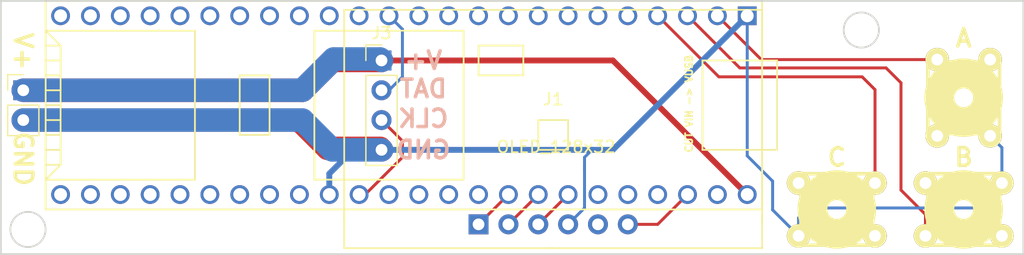
<source format=kicad_pcb>
(kicad_pcb (version 4) (host pcbnew 4.0.6-e0-6349~53~ubuntu16.04.1)

  (general
    (links 18)
    (no_connects 0)
    (area 114.224999 85.014999 201.370001 106.755001)
    (thickness 1.6)
    (drawings 16)
    (tracks 64)
    (zones 0)
    (modules 7)
    (nets 49)
  )

  (page A4)
  (layers
    (0 F.Cu signal)
    (31 B.Cu signal)
    (32 B.Adhes user)
    (33 F.Adhes user)
    (34 B.Paste user)
    (35 F.Paste user)
    (36 B.SilkS user)
    (37 F.SilkS user)
    (38 B.Mask user)
    (39 F.Mask user)
    (40 Dwgs.User user)
    (41 Cmts.User user)
    (42 Eco1.User user)
    (43 Eco2.User user)
    (44 Edge.Cuts user)
    (45 Margin user)
    (46 B.CrtYd user)
    (47 F.CrtYd user)
    (48 B.Fab user)
    (49 F.Fab user)
  )

  (setup
    (last_trace_width 2)
    (user_trace_width 0.5)
    (user_trace_width 2)
    (trace_clearance 0.2)
    (zone_clearance 0.508)
    (zone_45_only no)
    (trace_min 0.2)
    (segment_width 0.2)
    (edge_width 0.15)
    (via_size 0.6)
    (via_drill 0.4)
    (via_min_size 0.4)
    (via_min_drill 0.3)
    (uvia_size 0.3)
    (uvia_drill 0.1)
    (uvias_allowed no)
    (uvia_min_size 0)
    (uvia_min_drill 0)
    (pcb_text_width 0.3)
    (pcb_text_size 1.5 1.5)
    (mod_edge_width 0.15)
    (mod_text_size 1 1)
    (mod_text_width 0.15)
    (pad_size 1.524 1.524)
    (pad_drill 0.762)
    (pad_to_mask_clearance 0.2)
    (aux_axis_origin 0 0)
    (grid_origin 141.605 92.075)
    (visible_elements FFFFFF7F)
    (pcbplotparams
      (layerselection 0x00030_80000001)
      (usegerberextensions false)
      (excludeedgelayer true)
      (linewidth 0.100000)
      (plotframeref false)
      (viasonmask false)
      (mode 1)
      (useauxorigin false)
      (hpglpennumber 1)
      (hpglpenspeed 20)
      (hpglpendiameter 15)
      (hpglpenoverlay 2)
      (psnegative false)
      (psa4output false)
      (plotreference true)
      (plotvalue true)
      (plotinvisibletext false)
      (padsonsilk false)
      (subtractmaskfromsilk false)
      (outputformat 1)
      (mirror false)
      (drillshape 1)
      (scaleselection 1)
      (outputdirectory ""))
  )

  (net 0 "")
  (net 1 OLED_SDA)
  (net 2 OLED_SCL)
  (net 3 OLED_RST)
  (net 4 GND)
  (net 5 "Net-(J1-Pad5)")
  (net 6 OLED_33V)
  (net 7 VIN)
  (net 8 LED_DAT)
  (net 9 LED_CLK)
  (net 10 BTN_A)
  (net 11 BTN_B)
  (net 12 BTN_C)
  (net 13 "Net-(U1-Pad17)")
  (net 14 "Net-(U1-Pad18)")
  (net 15 "Net-(U1-Pad19)")
  (net 16 "Net-(U1-Pad20)")
  (net 17 "Net-(U1-Pad16)")
  (net 18 "Net-(U1-Pad15)")
  (net 19 "Net-(U1-Pad14)")
  (net 20 "Net-(U1-Pad21)")
  (net 21 "Net-(U1-Pad22)")
  (net 22 "Net-(U1-Pad23)")
  (net 23 "Net-(U1-Pad24)")
  (net 24 "Net-(U1-Pad30)")
  (net 25 "Net-(U1-Pad31)")
  (net 26 "Net-(U1-Pad32)")
  (net 27 "Net-(U1-Pad33)")
  (net 28 "Net-(U1-Pad34)")
  (net 29 "Net-(U1-Pad35)")
  (net 30 "Net-(U1-Pad36)")
  (net 31 "Net-(U1-Pad37)")
  (net 32 "Net-(U1-Pad12)")
  (net 33 "Net-(U1-Pad11)")
  (net 34 "Net-(U1-Pad10)")
  (net 35 "Net-(U1-Pad9)")
  (net 36 "Net-(U1-Pad8)")
  (net 37 "Net-(U1-Pad7)")
  (net 38 "Net-(U1-Pad6)")
  (net 39 "Net-(U1-Pad5)")
  (net 40 "Net-(U1-Pad38)")
  (net 41 "Net-(U1-Pad41)")
  (net 42 "Net-(U1-Pad42)")
  (net 43 "Net-(U1-Pad43)")
  (net 44 "Net-(U1-Pad44)")
  (net 45 "Net-(U1-Pad48)")
  (net 46 "Net-(U1-Pad49)")
  (net 47 "Net-(U1-Pad50)")
  (net 48 "Net-(U1-Pad52)")

  (net_class Default "This is the default net class."
    (clearance 0.2)
    (trace_width 0.25)
    (via_dia 0.6)
    (via_drill 0.4)
    (uvia_dia 0.3)
    (uvia_drill 0.1)
    (add_net BTN_A)
    (add_net BTN_B)
    (add_net BTN_C)
    (add_net GND)
    (add_net LED_CLK)
    (add_net LED_DAT)
    (add_net "Net-(J1-Pad5)")
    (add_net "Net-(U1-Pad10)")
    (add_net "Net-(U1-Pad11)")
    (add_net "Net-(U1-Pad12)")
    (add_net "Net-(U1-Pad14)")
    (add_net "Net-(U1-Pad15)")
    (add_net "Net-(U1-Pad16)")
    (add_net "Net-(U1-Pad17)")
    (add_net "Net-(U1-Pad18)")
    (add_net "Net-(U1-Pad19)")
    (add_net "Net-(U1-Pad20)")
    (add_net "Net-(U1-Pad21)")
    (add_net "Net-(U1-Pad22)")
    (add_net "Net-(U1-Pad23)")
    (add_net "Net-(U1-Pad24)")
    (add_net "Net-(U1-Pad30)")
    (add_net "Net-(U1-Pad31)")
    (add_net "Net-(U1-Pad32)")
    (add_net "Net-(U1-Pad33)")
    (add_net "Net-(U1-Pad34)")
    (add_net "Net-(U1-Pad35)")
    (add_net "Net-(U1-Pad36)")
    (add_net "Net-(U1-Pad37)")
    (add_net "Net-(U1-Pad38)")
    (add_net "Net-(U1-Pad41)")
    (add_net "Net-(U1-Pad42)")
    (add_net "Net-(U1-Pad43)")
    (add_net "Net-(U1-Pad44)")
    (add_net "Net-(U1-Pad48)")
    (add_net "Net-(U1-Pad49)")
    (add_net "Net-(U1-Pad5)")
    (add_net "Net-(U1-Pad50)")
    (add_net "Net-(U1-Pad52)")
    (add_net "Net-(U1-Pad6)")
    (add_net "Net-(U1-Pad7)")
    (add_net "Net-(U1-Pad8)")
    (add_net "Net-(U1-Pad9)")
    (add_net OLED_33V)
    (add_net OLED_RST)
    (add_net OLED_SCL)
    (add_net OLED_SDA)
    (add_net VIN)
  )

  (module Pin_Headers:Pin_Header_Straight_1x02_Pitch2.54mm (layer F.Cu) (tedit 595D5862) (tstamp 595D4B5C)
    (at 116.205 92.71)
    (descr "Through hole straight pin header, 1x02, 2.54mm pitch, single row")
    (tags "Through hole pin header THT 1x02 2.54mm single row")
    (path /595D56BD)
    (fp_text reference J2 (at 0 -2.33) (layer F.SilkS) hide
      (effects (font (size 1 1) (thickness 0.15)))
    )
    (fp_text value BATT_IN (at 0 4.87) (layer F.Fab) hide
      (effects (font (size 1 1) (thickness 0.15)))
    )
    (fp_line (start -1.27 -1.27) (end -1.27 3.81) (layer F.Fab) (width 0.1))
    (fp_line (start -1.27 3.81) (end 1.27 3.81) (layer F.Fab) (width 0.1))
    (fp_line (start 1.27 3.81) (end 1.27 -1.27) (layer F.Fab) (width 0.1))
    (fp_line (start 1.27 -1.27) (end -1.27 -1.27) (layer F.Fab) (width 0.1))
    (fp_line (start -1.33 1.27) (end -1.33 3.87) (layer F.SilkS) (width 0.12))
    (fp_line (start -1.33 3.87) (end 1.33 3.87) (layer F.SilkS) (width 0.12))
    (fp_line (start 1.33 3.87) (end 1.33 1.27) (layer F.SilkS) (width 0.12))
    (fp_line (start 1.33 1.27) (end -1.33 1.27) (layer F.SilkS) (width 0.12))
    (fp_line (start -1.33 0) (end -1.33 -1.33) (layer F.SilkS) (width 0.12))
    (fp_line (start -1.33 -1.33) (end 0 -1.33) (layer F.SilkS) (width 0.12))
    (fp_line (start -1.8 -1.8) (end -1.8 4.35) (layer F.CrtYd) (width 0.05))
    (fp_line (start -1.8 4.35) (end 1.8 4.35) (layer F.CrtYd) (width 0.05))
    (fp_line (start 1.8 4.35) (end 1.8 -1.8) (layer F.CrtYd) (width 0.05))
    (fp_line (start 1.8 -1.8) (end -1.8 -1.8) (layer F.CrtYd) (width 0.05))
    (fp_text user %R (at 0 -2.33) (layer F.Fab)
      (effects (font (size 1 1) (thickness 0.15)))
    )
    (pad 1 thru_hole rect (at 0 0) (size 1.7 1.7) (drill 1) (layers *.Cu *.Mask)
      (net 7 VIN))
    (pad 2 thru_hole oval (at 0 2.54) (size 1.7 1.7) (drill 1) (layers *.Cu *.Mask)
      (net 4 GND))
    (model ${KISYS3DMOD}/Pin_Headers.3dshapes/Pin_Header_Straight_1x02_Pitch2.54mm.wrl
      (at (xyz 0 -0.05 0))
      (scale (xyz 1 1 1))
      (rotate (xyz 0 0 90))
    )
  )

  (module Pin_Headers:Pin_Header_Straight_1x04_Pitch2.54mm (layer F.Cu) (tedit 58CD4EC1) (tstamp 595D4B64)
    (at 146.685 90.17)
    (descr "Through hole straight pin header, 1x04, 2.54mm pitch, single row")
    (tags "Through hole pin header THT 1x04 2.54mm single row")
    (path /595D552C)
    (fp_text reference J3 (at 0 -2.33) (layer F.SilkS)
      (effects (font (size 1 1) (thickness 0.15)))
    )
    (fp_text value LED_OUT (at 0 9.95) (layer F.Fab)
      (effects (font (size 1 1) (thickness 0.15)))
    )
    (fp_line (start -1.27 -1.27) (end -1.27 8.89) (layer F.Fab) (width 0.1))
    (fp_line (start -1.27 8.89) (end 1.27 8.89) (layer F.Fab) (width 0.1))
    (fp_line (start 1.27 8.89) (end 1.27 -1.27) (layer F.Fab) (width 0.1))
    (fp_line (start 1.27 -1.27) (end -1.27 -1.27) (layer F.Fab) (width 0.1))
    (fp_line (start -1.33 1.27) (end -1.33 8.95) (layer F.SilkS) (width 0.12))
    (fp_line (start -1.33 8.95) (end 1.33 8.95) (layer F.SilkS) (width 0.12))
    (fp_line (start 1.33 8.95) (end 1.33 1.27) (layer F.SilkS) (width 0.12))
    (fp_line (start 1.33 1.27) (end -1.33 1.27) (layer F.SilkS) (width 0.12))
    (fp_line (start -1.33 0) (end -1.33 -1.33) (layer F.SilkS) (width 0.12))
    (fp_line (start -1.33 -1.33) (end 0 -1.33) (layer F.SilkS) (width 0.12))
    (fp_line (start -1.8 -1.8) (end -1.8 9.4) (layer F.CrtYd) (width 0.05))
    (fp_line (start -1.8 9.4) (end 1.8 9.4) (layer F.CrtYd) (width 0.05))
    (fp_line (start 1.8 9.4) (end 1.8 -1.8) (layer F.CrtYd) (width 0.05))
    (fp_line (start 1.8 -1.8) (end -1.8 -1.8) (layer F.CrtYd) (width 0.05))
    (fp_text user %R (at 0 -2.33) (layer F.Fab)
      (effects (font (size 1 1) (thickness 0.15)))
    )
    (pad 1 thru_hole rect (at 0 0) (size 1.7 1.7) (drill 1) (layers *.Cu *.Mask)
      (net 7 VIN))
    (pad 2 thru_hole oval (at 0 2.54) (size 1.7 1.7) (drill 1) (layers *.Cu *.Mask)
      (net 8 LED_DAT))
    (pad 3 thru_hole oval (at 0 5.08) (size 1.7 1.7) (drill 1) (layers *.Cu *.Mask)
      (net 9 LED_CLK))
    (pad 4 thru_hole oval (at 0 7.62) (size 1.7 1.7) (drill 1) (layers *.Cu *.Mask)
      (net 4 GND))
    (model ${KISYS3DMOD}/Pin_Headers.3dshapes/Pin_Header_Straight_1x04_Pitch2.54mm.wrl
      (at (xyz 0 -0.15 0))
      (scale (xyz 1 1 1))
      (rotate (xyz 0 0 90))
    )
  )

  (module w_switch:PCB_PUSH (layer F.Cu) (tedit 595D6F14) (tstamp 595D4B6C)
    (at 196.215 93.345)
    (descr "PCB pushbutton, Tyco FSM6x6 series")
    (tags pushbutton)
    (path /595D40C4)
    (fp_text reference SW1 (at 0 -5.08) (layer F.SilkS) hide
      (effects (font (size 1.27 1.27) (thickness 0.3175)))
    )
    (fp_text value SW_Push (at 0 5.588) (layer F.SilkS) hide
      (effects (font (size 1.27 1.27) (thickness 0.254)))
    )
    (fp_line (start -3.048 -3.048) (end 3.048 -3.048) (layer F.SilkS) (width 0.3048))
    (fp_line (start 3.048 -3.048) (end 3.048 3.048) (layer F.SilkS) (width 0.3048))
    (fp_line (start 3.048 3.048) (end -3.048 3.048) (layer F.SilkS) (width 0.3048))
    (fp_line (start -3.048 3.048) (end -3.048 -3.048) (layer F.SilkS) (width 0.3048))
    (fp_circle (center 0 0) (end -0.762 0.254) (layer F.SilkS) (width 2.54))
    (pad 1 thru_hole circle (at -2.25044 -3.2512) (size 1.99898 1.99898) (drill 1.00076) (layers *.Cu *.Mask F.SilkS)
      (net 10 BTN_A))
    (pad 2 thru_hole circle (at 2.25044 3.2512) (size 1.99898 1.99898) (drill 1.00076) (layers *.Cu *.Mask F.SilkS)
      (net 4 GND))
    (pad 4 thru_hole circle (at 2.25044 -3.2512) (size 1.99898 1.99898) (drill 1.00076) (layers *.Cu *.Mask F.SilkS))
    (pad 3 thru_hole circle (at -2.25044 3.2512) (size 1.99898 1.99898) (drill 1.00076) (layers *.Cu *.Mask F.SilkS))
    (model walter/switch/pcb_push.wrl
      (at (xyz 0 0 0))
      (scale (xyz 1 1 1))
      (rotate (xyz 0 0 0))
    )
  )

  (module w_switch:PCB_PUSH (layer F.Cu) (tedit 595D6F0E) (tstamp 595D4B74)
    (at 196.215 102.87 90)
    (descr "PCB pushbutton, Tyco FSM6x6 series")
    (tags pushbutton)
    (path /595D53C1)
    (fp_text reference SW2 (at 0 -5.08 90) (layer F.SilkS) hide
      (effects (font (size 1.27 1.27) (thickness 0.3175)))
    )
    (fp_text value SW_Push (at 0 5.588 90) (layer F.SilkS) hide
      (effects (font (size 1.27 1.27) (thickness 0.254)))
    )
    (fp_line (start -3.048 -3.048) (end 3.048 -3.048) (layer F.SilkS) (width 0.3048))
    (fp_line (start 3.048 -3.048) (end 3.048 3.048) (layer F.SilkS) (width 0.3048))
    (fp_line (start 3.048 3.048) (end -3.048 3.048) (layer F.SilkS) (width 0.3048))
    (fp_line (start -3.048 3.048) (end -3.048 -3.048) (layer F.SilkS) (width 0.3048))
    (fp_circle (center 0 0) (end -0.762 0.254) (layer F.SilkS) (width 2.54))
    (pad 1 thru_hole circle (at -2.25044 -3.2512 90) (size 1.99898 1.99898) (drill 1.00076) (layers *.Cu *.Mask F.SilkS)
      (net 11 BTN_B))
    (pad 2 thru_hole circle (at 2.25044 3.2512 90) (size 1.99898 1.99898) (drill 1.00076) (layers *.Cu *.Mask F.SilkS)
      (net 4 GND))
    (pad 4 thru_hole circle (at 2.25044 -3.2512 90) (size 1.99898 1.99898) (drill 1.00076) (layers *.Cu *.Mask F.SilkS))
    (pad 3 thru_hole circle (at -2.25044 3.2512 90) (size 1.99898 1.99898) (drill 1.00076) (layers *.Cu *.Mask F.SilkS))
    (model walter/switch/pcb_push.wrl
      (at (xyz 0 0 0))
      (scale (xyz 1 1 1))
      (rotate (xyz 0 0 0))
    )
  )

  (module w_switch:PCB_PUSH (layer F.Cu) (tedit 595D6F09) (tstamp 595D4B7C)
    (at 185.42 102.87 270)
    (descr "PCB pushbutton, Tyco FSM6x6 series")
    (tags pushbutton)
    (path /595D53EB)
    (fp_text reference SW3 (at 0 -5.08 270) (layer F.SilkS) hide
      (effects (font (size 1.27 1.27) (thickness 0.3175)))
    )
    (fp_text value SW_Push (at 0 5.588 270) (layer F.SilkS) hide
      (effects (font (size 1.27 1.27) (thickness 0.254)))
    )
    (fp_line (start -3.048 -3.048) (end 3.048 -3.048) (layer F.SilkS) (width 0.3048))
    (fp_line (start 3.048 -3.048) (end 3.048 3.048) (layer F.SilkS) (width 0.3048))
    (fp_line (start 3.048 3.048) (end -3.048 3.048) (layer F.SilkS) (width 0.3048))
    (fp_line (start -3.048 3.048) (end -3.048 -3.048) (layer F.SilkS) (width 0.3048))
    (fp_circle (center 0 0) (end -0.762 0.254) (layer F.SilkS) (width 2.54))
    (pad 1 thru_hole circle (at -2.25044 -3.2512 270) (size 1.99898 1.99898) (drill 1.00076) (layers *.Cu *.Mask F.SilkS)
      (net 12 BTN_C))
    (pad 2 thru_hole circle (at 2.25044 3.2512 270) (size 1.99898 1.99898) (drill 1.00076) (layers *.Cu *.Mask F.SilkS)
      (net 4 GND))
    (pad 4 thru_hole circle (at 2.25044 -3.2512 270) (size 1.99898 1.99898) (drill 1.00076) (layers *.Cu *.Mask F.SilkS))
    (pad 3 thru_hole circle (at -2.25044 3.2512 270) (size 1.99898 1.99898) (drill 1.00076) (layers *.Cu *.Mask F.SilkS))
    (model walter/switch/pcb_push.wrl
      (at (xyz 0 0 0))
      (scale (xyz 1 1 1))
      (rotate (xyz 0 0 0))
    )
  )

  (module oled:OLED_128x32_i2c (layer F.Cu) (tedit 595D4ED1) (tstamp 595D4FDD)
    (at 161.29 104.14)
    (path /595D41AC)
    (fp_text reference J1 (at 0 -10.668) (layer F.SilkS)
      (effects (font (size 1 1) (thickness 0.15)))
    )
    (fp_text value OLED_128x32 (at 0.254 -6.604) (layer F.SilkS)
      (effects (font (size 1 1) (thickness 0.15)))
    )
    (fp_line (start 0 2.032) (end -17.78 2.032) (layer F.SilkS) (width 0.15))
    (fp_line (start -17.78 2.032) (end -17.78 -18.288) (layer F.SilkS) (width 0.15))
    (fp_line (start -17.78 -18.288) (end 17.78 -18.288) (layer F.SilkS) (width 0.15))
    (fp_line (start 17.78 -18.288) (end 17.78 2.032) (layer F.SilkS) (width 0.15))
    (fp_line (start 17.78 2.032) (end 0.508 2.032) (layer F.SilkS) (width 0.15))
    (fp_line (start -0.762 -18.288) (end 0.508 -18.288) (layer F.SilkS) (width 0.15))
    (fp_line (start -17.78 -0.254) (end -17.78 -1.016) (layer F.SilkS) (width 0.15))
    (fp_line (start 17.78 0) (end 17.78 -0.762) (layer F.SilkS) (width 0.15))
    (fp_line (start -0.508 2.032) (end 0.508 2.032) (layer F.SilkS) (width 0.15))
    (pad 1 thru_hole rect (at -6.35 0) (size 1.7 1.7) (drill 1) (layers *.Cu *.Mask)
      (net 1 OLED_SDA))
    (pad 2 thru_hole oval (at -3.81 0) (size 1.7 1.7) (drill 1) (layers *.Cu *.Mask)
      (net 2 OLED_SCL))
    (pad 3 thru_hole oval (at -1.27 0) (size 1.7 1.7) (drill 1) (layers *.Cu *.Mask)
      (net 3 OLED_RST))
    (pad 4 thru_hole oval (at 1.27 0) (size 1.7 1.7) (drill 1) (layers *.Cu *.Mask)
      (net 4 GND))
    (pad 5 thru_hole oval (at 3.81 0) (size 1.7 1.7) (drill 1) (layers *.Cu *.Mask)
      (net 5 "Net-(J1-Pad5)"))
    (pad 6 thru_hole oval (at 6.35 0) (size 1.7 1.7) (drill 1) (layers *.Cu *.Mask)
      (net 6 OLED_33V))
    (model ${KISYS3DMOD}/Pin_Headers.3dshapes/Pin_Header_Straight_1x06_Pitch2.54mm.wrl
      (at (xyz 0 -0.25 0))
      (scale (xyz 1 1 1))
      (rotate (xyz 0 0 90))
    )
  )

  (module teensy:Teensy35_36_NoCenterPins (layer F.Cu) (tedit 595D60E8) (tstamp 595D4BD6)
    (at 148.59 93.98 180)
    (path /595D3D6B)
    (fp_text reference U1 (at 0 -10.16 180) (layer F.SilkS) hide
      (effects (font (size 1 1) (thickness 0.15)))
    )
    (fp_text value Teensy3.6 (at 0 10.16 180) (layer F.Fab) hide
      (effects (font (size 1 1) (thickness 0.15)))
    )
    (fp_line (start -13.97 -3.81) (end -13.97 -1.27) (layer F.SilkS) (width 0.15))
    (fp_line (start -13.97 -1.27) (end -11.43 -1.27) (layer F.SilkS) (width 0.15))
    (fp_line (start -11.43 -1.27) (end -11.43 -3.81) (layer F.SilkS) (width 0.15))
    (fp_line (start -11.43 -3.81) (end -13.97 -3.81) (layer F.SilkS) (width 0.15))
    (fp_line (start -6.35 5.08) (end -10.16 5.08) (layer F.SilkS) (width 0.15))
    (fp_line (start -10.16 5.08) (end -10.16 2.54) (layer F.SilkS) (width 0.15))
    (fp_line (start -10.16 2.54) (end -6.35 2.54) (layer F.SilkS) (width 0.15))
    (fp_line (start -6.35 2.54) (end -6.35 5.08) (layer F.SilkS) (width 0.15))
    (fp_line (start 7.62 6.35) (end 7.62 -6.35) (layer F.SilkS) (width 0.15))
    (fp_line (start -5.08 -6.35) (end -5.08 6.35) (layer F.SilkS) (width 0.15))
    (fp_line (start -5.08 6.35) (end 7.62 6.35) (layer F.SilkS) (width 0.15))
    (fp_line (start -5.08 -6.35) (end 7.62 -6.35) (layer F.SilkS) (width 0.15))
    (fp_line (start 29.21 5.08) (end 30.48 5.08) (layer F.SilkS) (width 0.15))
    (fp_line (start 29.21 3.81) (end 30.48 3.81) (layer F.SilkS) (width 0.15))
    (fp_line (start 29.21 2.54) (end 30.48 2.54) (layer F.SilkS) (width 0.15))
    (fp_line (start 29.21 1.27) (end 30.48 1.27) (layer F.SilkS) (width 0.15))
    (fp_line (start 29.21 0) (end 30.48 0) (layer F.SilkS) (width 0.15))
    (fp_line (start 29.21 -1.27) (end 30.48 -1.27) (layer F.SilkS) (width 0.15))
    (fp_line (start 29.21 -2.54) (end 30.48 -2.54) (layer F.SilkS) (width 0.15))
    (fp_line (start 29.21 -3.81) (end 30.48 -3.81) (layer F.SilkS) (width 0.15))
    (fp_line (start 29.21 -5.08) (end 30.48 -5.08) (layer F.SilkS) (width 0.15))
    (fp_line (start 30.48 6.35) (end 29.21 5.08) (layer F.SilkS) (width 0.15))
    (fp_line (start 29.21 5.08) (end 29.21 -5.08) (layer F.SilkS) (width 0.15))
    (fp_line (start 29.21 -5.08) (end 30.48 -6.35) (layer F.SilkS) (width 0.15))
    (fp_line (start 30.48 -6.35) (end 17.78 -6.35) (layer F.SilkS) (width 0.15))
    (fp_line (start 17.78 -6.35) (end 17.78 6.35) (layer F.SilkS) (width 0.15))
    (fp_line (start 17.78 6.35) (end 30.48 6.35) (layer F.SilkS) (width 0.15))
    (fp_line (start 30.48 -8.89) (end -30.48 -8.89) (layer F.SilkS) (width 0.15))
    (fp_line (start -30.48 8.89) (end 30.48 8.89) (layer F.SilkS) (width 0.15))
    (fp_line (start -30.48 3.81) (end -31.75 3.81) (layer F.SilkS) (width 0.15))
    (fp_line (start -31.75 3.81) (end -31.75 -3.81) (layer F.SilkS) (width 0.15))
    (fp_line (start -31.75 -3.81) (end -30.48 -3.81) (layer F.SilkS) (width 0.15))
    (fp_line (start -25.4 3.81) (end -25.4 -3.81) (layer F.SilkS) (width 0.15))
    (fp_line (start -25.4 -3.81) (end -30.48 -3.81) (layer F.SilkS) (width 0.15))
    (fp_line (start -25.4 3.81) (end -30.48 3.81) (layer F.SilkS) (width 0.15))
    (fp_line (start 13.97 -2.54) (end 13.97 2.54) (layer F.SilkS) (width 0.15))
    (fp_line (start 13.97 2.54) (end 11.43 2.54) (layer F.SilkS) (width 0.15))
    (fp_line (start 11.43 2.54) (end 11.43 -2.54) (layer F.SilkS) (width 0.15))
    (fp_line (start 11.43 -2.54) (end 13.97 -2.54) (layer F.SilkS) (width 0.15))
    (fp_line (start 30.48 -8.89) (end 30.48 8.89) (layer F.SilkS) (width 0.15))
    (fp_line (start -30.48 8.89) (end -30.48 -8.89) (layer F.SilkS) (width 0.15))
    (pad 17 thru_hole circle (at 11.43 7.62 180) (size 1.6 1.6) (drill 1.1) (layers *.Cu *.Mask)
      (net 13 "Net-(U1-Pad17)"))
    (pad 18 thru_hole circle (at 13.97 7.62 180) (size 1.6 1.6) (drill 1.1) (layers *.Cu *.Mask)
      (net 14 "Net-(U1-Pad18)"))
    (pad 19 thru_hole circle (at 16.51 7.62 180) (size 1.6 1.6) (drill 1.1) (layers *.Cu *.Mask)
      (net 15 "Net-(U1-Pad19)"))
    (pad 20 thru_hole circle (at 19.05 7.62 180) (size 1.6 1.6) (drill 1.1) (layers *.Cu *.Mask)
      (net 16 "Net-(U1-Pad20)"))
    (pad 16 thru_hole circle (at 8.89 7.62 180) (size 1.6 1.6) (drill 1.1) (layers *.Cu *.Mask)
      (net 17 "Net-(U1-Pad16)"))
    (pad 15 thru_hole circle (at 6.35 7.62 180) (size 1.6 1.6) (drill 1.1) (layers *.Cu *.Mask)
      (net 18 "Net-(U1-Pad15)"))
    (pad 14 thru_hole circle (at 3.81 7.62 180) (size 1.6 1.6) (drill 1.1) (layers *.Cu *.Mask)
      (net 19 "Net-(U1-Pad14)"))
    (pad 21 thru_hole circle (at 21.59 7.62 180) (size 1.6 1.6) (drill 1.1) (layers *.Cu *.Mask)
      (net 20 "Net-(U1-Pad21)"))
    (pad 22 thru_hole circle (at 24.13 7.62 180) (size 1.6 1.6) (drill 1.1) (layers *.Cu *.Mask)
      (net 21 "Net-(U1-Pad22)"))
    (pad 23 thru_hole circle (at 26.67 7.62 180) (size 1.6 1.6) (drill 1.1) (layers *.Cu *.Mask)
      (net 22 "Net-(U1-Pad23)"))
    (pad 24 thru_hole circle (at 29.21 7.62 180) (size 1.6 1.6) (drill 1.1) (layers *.Cu *.Mask)
      (net 23 "Net-(U1-Pad24)"))
    (pad 30 thru_hole circle (at 29.21 -7.62 180) (size 1.6 1.6) (drill 1.1) (layers *.Cu *.Mask)
      (net 24 "Net-(U1-Pad30)"))
    (pad 31 thru_hole circle (at 26.67 -7.62 180) (size 1.6 1.6) (drill 1.1) (layers *.Cu *.Mask)
      (net 25 "Net-(U1-Pad31)"))
    (pad 32 thru_hole circle (at 24.13 -7.62 180) (size 1.6 1.6) (drill 1.1) (layers *.Cu *.Mask)
      (net 26 "Net-(U1-Pad32)"))
    (pad 33 thru_hole circle (at 21.59 -7.62 180) (size 1.6 1.6) (drill 1.1) (layers *.Cu *.Mask)
      (net 27 "Net-(U1-Pad33)"))
    (pad 34 thru_hole circle (at 19.05 -7.62 180) (size 1.6 1.6) (drill 1.1) (layers *.Cu *.Mask)
      (net 28 "Net-(U1-Pad34)"))
    (pad 35 thru_hole circle (at 16.51 -7.62 180) (size 1.6 1.6) (drill 1.1) (layers *.Cu *.Mask)
      (net 29 "Net-(U1-Pad35)"))
    (pad 36 thru_hole circle (at 13.97 -7.62 180) (size 1.6 1.6) (drill 1.1) (layers *.Cu *.Mask)
      (net 30 "Net-(U1-Pad36)"))
    (pad 37 thru_hole circle (at 11.43 -7.62 180) (size 1.6 1.6) (drill 1.1) (layers *.Cu *.Mask)
      (net 31 "Net-(U1-Pad37)"))
    (pad 13 thru_hole circle (at 1.27 7.62 180) (size 1.6 1.6) (drill 1.1) (layers *.Cu *.Mask)
      (net 8 LED_DAT))
    (pad 12 thru_hole circle (at -1.27 7.62 180) (size 1.6 1.6) (drill 1.1) (layers *.Cu *.Mask)
      (net 32 "Net-(U1-Pad12)"))
    (pad 11 thru_hole circle (at -3.81 7.62 180) (size 1.6 1.6) (drill 1.1) (layers *.Cu *.Mask)
      (net 33 "Net-(U1-Pad11)"))
    (pad 10 thru_hole circle (at -6.35 7.62 180) (size 1.6 1.6) (drill 1.1) (layers *.Cu *.Mask)
      (net 34 "Net-(U1-Pad10)"))
    (pad 9 thru_hole circle (at -8.89 7.62 180) (size 1.6 1.6) (drill 1.1) (layers *.Cu *.Mask)
      (net 35 "Net-(U1-Pad9)"))
    (pad 8 thru_hole circle (at -11.43 7.62 180) (size 1.6 1.6) (drill 1.1) (layers *.Cu *.Mask)
      (net 36 "Net-(U1-Pad8)"))
    (pad 7 thru_hole circle (at -13.97 7.62 180) (size 1.6 1.6) (drill 1.1) (layers *.Cu *.Mask)
      (net 37 "Net-(U1-Pad7)"))
    (pad 6 thru_hole circle (at -16.51 7.62 180) (size 1.6 1.6) (drill 1.1) (layers *.Cu *.Mask)
      (net 38 "Net-(U1-Pad6)"))
    (pad 5 thru_hole circle (at -19.05 7.62 180) (size 1.6 1.6) (drill 1.1) (layers *.Cu *.Mask)
      (net 39 "Net-(U1-Pad5)"))
    (pad 4 thru_hole circle (at -21.59 7.62 180) (size 1.6 1.6) (drill 1.1) (layers *.Cu *.Mask)
      (net 12 BTN_C))
    (pad 3 thru_hole circle (at -24.13 7.62 180) (size 1.6 1.6) (drill 1.1) (layers *.Cu *.Mask)
      (net 11 BTN_B))
    (pad 2 thru_hole circle (at -26.67 7.62 180) (size 1.6 1.6) (drill 1.1) (layers *.Cu *.Mask)
      (net 10 BTN_A))
    (pad 1 thru_hole rect (at -29.21 7.62 180) (size 1.6 1.6) (drill 1.1) (layers *.Cu *.Mask)
      (net 4 GND))
    (pad 38 thru_hole circle (at 8.89 -7.62 180) (size 1.6 1.6) (drill 1.1) (layers *.Cu *.Mask)
      (net 40 "Net-(U1-Pad38)"))
    (pad 39 thru_hole circle (at 6.35 -7.62 180) (size 1.6 1.6) (drill 1.1) (layers *.Cu *.Mask)
      (net 4 GND))
    (pad 40 thru_hole circle (at 3.81 -7.62 180) (size 1.6 1.6) (drill 1.1) (layers *.Cu *.Mask)
      (net 9 LED_CLK))
    (pad 41 thru_hole circle (at 1.27 -7.62 180) (size 1.6 1.6) (drill 1.1) (layers *.Cu *.Mask)
      (net 41 "Net-(U1-Pad41)"))
    (pad 42 thru_hole circle (at -1.27 -7.62 180) (size 1.6 1.6) (drill 1.1) (layers *.Cu *.Mask)
      (net 42 "Net-(U1-Pad42)"))
    (pad 43 thru_hole circle (at -3.81 -7.62 180) (size 1.6 1.6) (drill 1.1) (layers *.Cu *.Mask)
      (net 43 "Net-(U1-Pad43)"))
    (pad 44 thru_hole circle (at -6.35 -7.62 180) (size 1.6 1.6) (drill 1.1) (layers *.Cu *.Mask)
      (net 44 "Net-(U1-Pad44)"))
    (pad 45 thru_hole circle (at -8.89 -7.62 180) (size 1.6 1.6) (drill 1.1) (layers *.Cu *.Mask)
      (net 1 OLED_SDA))
    (pad 46 thru_hole circle (at -11.43 -7.62 180) (size 1.6 1.6) (drill 1.1) (layers *.Cu *.Mask)
      (net 2 OLED_SCL))
    (pad 47 thru_hole circle (at -13.97 -7.62 180) (size 1.6 1.6) (drill 1.1) (layers *.Cu *.Mask)
      (net 3 OLED_RST))
    (pad 48 thru_hole circle (at -16.51 -7.62 180) (size 1.6 1.6) (drill 1.1) (layers *.Cu *.Mask)
      (net 45 "Net-(U1-Pad48)"))
    (pad 49 thru_hole circle (at -19.05 -7.62 180) (size 1.6 1.6) (drill 1.1) (layers *.Cu *.Mask)
      (net 46 "Net-(U1-Pad49)"))
    (pad 50 thru_hole circle (at -21.59 -7.62 180) (size 1.6 1.6) (drill 1.1) (layers *.Cu *.Mask)
      (net 47 "Net-(U1-Pad50)"))
    (pad 51 thru_hole circle (at -24.13 -7.62 180) (size 1.6 1.6) (drill 1.1) (layers *.Cu *.Mask)
      (net 6 OLED_33V))
    (pad 52 thru_hole circle (at -26.67 -7.62 180) (size 1.6 1.6) (drill 1.1) (layers *.Cu *.Mask)
      (net 48 "Net-(U1-Pad52)"))
    (pad 53 thru_hole circle (at -29.21 -7.62 180) (size 1.6 1.6) (drill 1.1) (layers *.Cu *.Mask)
      (net 7 VIN))
  )

  (gr_text B (at 196.215 98.425) (layer F.SilkS)
    (effects (font (size 1.5 1.5) (thickness 0.3)))
  )
  (gr_text C (at 185.42 98.425) (layer F.SilkS)
    (effects (font (size 1.5 1.5) (thickness 0.3)))
  )
  (gr_text A (at 196.215 88.265) (layer F.SilkS)
    (effects (font (size 1.5 1.5) (thickness 0.3)))
  )
  (gr_text GND (at 116.205 98.552 270) (layer F.SilkS)
    (effects (font (size 1.5 1.5) (thickness 0.3)))
  )
  (gr_text V+ (at 116.205 89.408 270) (layer F.SilkS)
    (effects (font (size 1.5 1.5) (thickness 0.3)))
  )
  (gr_text GND (at 150.241 97.79) (layer B.SilkS)
    (effects (font (size 1.5 1.5) (thickness 0.3)) (justify mirror))
  )
  (gr_text CLK (at 150.241 95.123) (layer B.SilkS)
    (effects (font (size 1.5 1.5) (thickness 0.3)) (justify mirror))
  )
  (gr_text DAT (at 150.241 92.583) (layer B.SilkS)
    (effects (font (size 1.5 1.5) (thickness 0.3)) (justify mirror))
  )
  (gr_text V+ (at 150.241 90.17) (layer B.SilkS)
    (effects (font (size 1.5 1.5) (thickness 0.3)) (justify mirror))
  )
  (gr_circle (center 187.505 87.575) (end 189.005 87.575) (layer Edge.Cuts) (width 0.15))
  (gr_circle (center 116.605 104.575) (end 118.105 104.575) (layer Edge.Cuts) (width 0.15))
  (gr_line (start 114.3 106.68) (end 114.3 85.09) (angle 90) (layer Edge.Cuts) (width 0.15))
  (gr_line (start 201.295 106.68) (end 114.3 106.68) (angle 90) (layer Edge.Cuts) (width 0.15))
  (gr_line (start 201.295 85.09) (end 201.295 106.68) (angle 90) (layer Edge.Cuts) (width 0.15))
  (gr_line (start 114.3 85.09) (end 201.295 85.09) (angle 90) (layer Edge.Cuts) (width 0.15))
  (gr_text "CUT VIN -> VUSB" (at 172.847 93.853 90) (layer F.SilkS)
    (effects (font (size 0.6 0.6) (thickness 0.15)))
  )

  (segment (start 154.94 104.14) (end 157.48 101.6) (width 0.25) (layer F.Cu) (net 1))
  (segment (start 157.48 104.14) (end 160.02 101.6) (width 0.25) (layer F.Cu) (net 2))
  (segment (start 160.02 104.14) (end 162.56 101.6) (width 0.25) (layer F.Cu) (net 3))
  (segment (start 116.205 95.25) (end 139.7 95.25) (width 2) (layer F.Cu) (net 4))
  (segment (start 142.113 97.663) (end 146.558 97.663) (width 2) (layer F.Cu) (net 4) (tstamp 595D6E1F))
  (segment (start 139.7 95.25) (end 142.113 97.663) (width 2) (layer F.Cu) (net 4) (tstamp 595D6E1B))
  (segment (start 146.558 97.663) (end 146.685 97.79) (width 2) (layer F.Cu) (net 4) (tstamp 595D6E20))
  (segment (start 116.205 95.25) (end 139.954 95.25) (width 2) (layer B.Cu) (net 4))
  (segment (start 142.494 97.79) (end 146.685 97.79) (width 2) (layer B.Cu) (net 4) (tstamp 595D6D29))
  (segment (start 139.954 95.25) (end 142.494 97.79) (width 2) (layer B.Cu) (net 4) (tstamp 595D6D28))
  (segment (start 142.24 101.6) (end 142.24 99.822) (width 0.5) (layer B.Cu) (net 4))
  (segment (start 144.272 97.79) (end 146.685 97.79) (width 0.5) (layer B.Cu) (net 4) (tstamp 595D6D9B))
  (segment (start 142.24 99.822) (end 144.272 97.79) (width 0.5) (layer B.Cu) (net 4) (tstamp 595D6D97))
  (segment (start 177.8 86.36) (end 177.8 98.298) (width 0.25) (layer B.Cu) (net 4))
  (segment (start 179.959 102.91064) (end 182.1688 105.12044) (width 0.25) (layer B.Cu) (net 4) (tstamp 595D6D56))
  (segment (start 179.959 100.457) (end 179.959 102.91064) (width 0.25) (layer B.Cu) (net 4) (tstamp 595D6D54))
  (segment (start 177.8 98.298) (end 179.959 100.457) (width 0.25) (layer B.Cu) (net 4) (tstamp 595D6D52))
  (segment (start 177.927 86.487) (end 177.8 86.36) (width 0.25) (layer B.Cu) (net 4) (tstamp 595D6D4D))
  (segment (start 163.957 99.187) (end 163.957 98.425) (width 0.25) (layer B.Cu) (net 4))
  (segment (start 163.957 98.425) (end 164.592 97.79) (width 0.25) (layer B.Cu) (net 4) (tstamp 595D6D48))
  (segment (start 146.685 97.79) (end 164.592 97.79) (width 0.5) (layer B.Cu) (net 4))
  (segment (start 164.592 97.79) (end 166.37 97.79) (width 0.5) (layer B.Cu) (net 4) (tstamp 595D6D4B))
  (segment (start 166.37 97.79) (end 177.8 86.36) (width 0.5) (layer B.Cu) (net 4) (tstamp 595D6D44))
  (segment (start 199.4662 100.61956) (end 199.4662 97.59696) (width 0.25) (layer B.Cu) (net 4))
  (segment (start 199.4662 97.59696) (end 198.46544 96.5962) (width 0.25) (layer B.Cu) (net 4) (tstamp 595D6CD1))
  (segment (start 182.1688 105.12044) (end 182.1688 103.5812) (width 0.25) (layer B.Cu) (net 4))
  (segment (start 182.1688 103.5812) (end 183.007 102.743) (width 0.25) (layer B.Cu) (net 4) (tstamp 595D6CCA))
  (segment (start 183.007 102.743) (end 197.34276 102.743) (width 0.25) (layer B.Cu) (net 4) (tstamp 595D6CCC))
  (segment (start 197.34276 102.743) (end 199.4662 100.61956) (width 0.25) (layer B.Cu) (net 4) (tstamp 595D6CCD))
  (segment (start 163.957 99.441) (end 163.957 99.187) (width 0.25) (layer B.Cu) (net 4))
  (segment (start 163.957 102.743) (end 162.56 104.14) (width 0.25) (layer B.Cu) (net 4) (tstamp 595D6CB1))
  (segment (start 163.957 99.441) (end 163.957 102.743) (width 0.25) (layer B.Cu) (net 4) (tstamp 595D6CAF))
  (segment (start 167.64 104.14) (end 170.18 104.14) (width 0.25) (layer F.Cu) (net 6))
  (segment (start 170.18 104.14) (end 172.72 101.6) (width 0.25) (layer F.Cu) (net 6) (tstamp 595D6C14))
  (segment (start 116.205 92.71) (end 139.954 92.71) (width 2) (layer F.Cu) (net 7))
  (segment (start 142.494 90.17) (end 146.685 90.17) (width 2) (layer F.Cu) (net 7) (tstamp 595D6E17))
  (segment (start 139.954 92.71) (end 142.494 90.17) (width 2) (layer F.Cu) (net 7) (tstamp 595D6E14))
  (segment (start 116.205 92.71) (end 139.954 92.71) (width 2) (layer B.Cu) (net 7))
  (segment (start 142.621 90.043) (end 146.558 90.043) (width 2) (layer B.Cu) (net 7) (tstamp 595D6D2D))
  (segment (start 139.954 92.71) (end 142.621 90.043) (width 2) (layer B.Cu) (net 7) (tstamp 595D6D2C))
  (segment (start 146.558 90.043) (end 146.685 90.17) (width 2) (layer B.Cu) (net 7) (tstamp 595D6D2E))
  (segment (start 146.685 90.17) (end 166.37 90.17) (width 0.5) (layer F.Cu) (net 7))
  (segment (start 166.37 90.17) (end 177.8 101.6) (width 0.5) (layer F.Cu) (net 7) (tstamp 595D6CE7))
  (segment (start 146.685 92.71) (end 147.32 92.71) (width 0.25) (layer B.Cu) (net 8))
  (segment (start 147.32 92.71) (end 148.463 91.567) (width 0.25) (layer B.Cu) (net 8) (tstamp 595D6D3A))
  (segment (start 148.463 87.503) (end 147.32 86.36) (width 0.25) (layer B.Cu) (net 8) (tstamp 595D6D3D))
  (segment (start 148.463 91.567) (end 148.463 87.503) (width 0.25) (layer B.Cu) (net 8) (tstamp 595D6D3B))
  (segment (start 144.78 101.6) (end 145.288 101.6) (width 0.25) (layer F.Cu) (net 9))
  (segment (start 145.288 101.6) (end 148.463 98.425) (width 0.25) (layer F.Cu) (net 9) (tstamp 595D6D33))
  (segment (start 148.463 97.028) (end 146.685 95.25) (width 0.25) (layer F.Cu) (net 9) (tstamp 595D6D36))
  (segment (start 148.463 98.425) (end 148.463 97.028) (width 0.25) (layer F.Cu) (net 9) (tstamp 595D6D34))
  (segment (start 144.78 101.6) (end 144.78 100.965) (width 0.25) (layer F.Cu) (net 9))
  (segment (start 193.96456 90.0938) (end 178.9938 90.0938) (width 0.25) (layer F.Cu) (net 10))
  (segment (start 178.9938 90.0938) (end 175.26 86.36) (width 0.25) (layer F.Cu) (net 10) (tstamp 595D6C95))
  (segment (start 192.9638 105.12044) (end 192.9638 103.3018) (width 0.25) (layer F.Cu) (net 11))
  (segment (start 177.165 90.805) (end 172.72 86.36) (width 0.25) (layer F.Cu) (net 11) (tstamp 595D6CA1))
  (segment (start 189.611 90.805) (end 177.165 90.805) (width 0.25) (layer F.Cu) (net 11) (tstamp 595D6C9F))
  (segment (start 190.881 92.075) (end 189.611 90.805) (width 0.25) (layer F.Cu) (net 11) (tstamp 595D6C9D))
  (segment (start 190.881 101.219) (end 190.881 92.075) (width 0.25) (layer F.Cu) (net 11) (tstamp 595D6C9B))
  (segment (start 192.9638 103.3018) (end 190.881 101.219) (width 0.25) (layer F.Cu) (net 11) (tstamp 595D6C99))
  (segment (start 188.6712 100.61956) (end 188.6712 92.6592) (width 0.25) (layer F.Cu) (net 12))
  (segment (start 175.387 91.567) (end 170.18 86.36) (width 0.25) (layer F.Cu) (net 12) (tstamp 595D6CA9))
  (segment (start 187.579 91.567) (end 175.387 91.567) (width 0.25) (layer F.Cu) (net 12) (tstamp 595D6CA7))
  (segment (start 188.6712 92.6592) (end 187.579 91.567) (width 0.25) (layer F.Cu) (net 12) (tstamp 595D6CA5))

)

</source>
